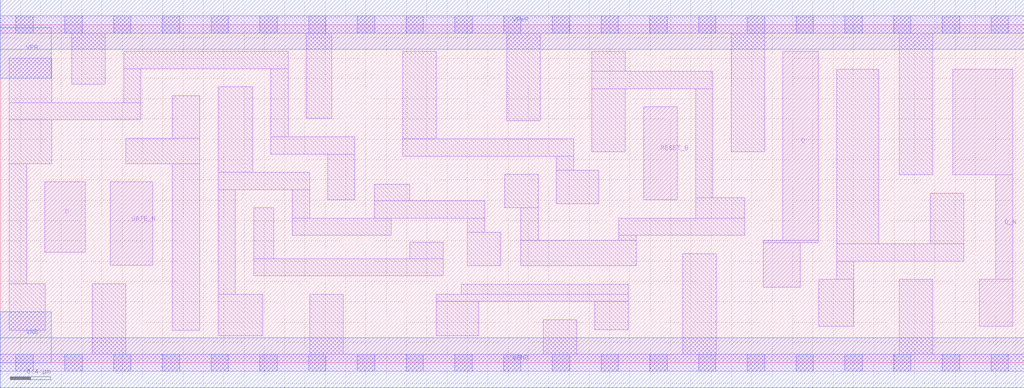
<source format=lef>
# Copyright 2020 The SkyWater PDK Authors
#
# Licensed under the Apache License, Version 2.0 (the "License");
# you may not use this file except in compliance with the License.
# You may obtain a copy of the License at
#
#     https://www.apache.org/licenses/LICENSE-2.0
#
# Unless required by applicable law or agreed to in writing, software
# distributed under the License is distributed on an "AS IS" BASIS,
# WITHOUT WARRANTIES OR CONDITIONS OF ANY KIND, either express or implied.
# See the License for the specific language governing permissions and
# limitations under the License.
#
# SPDX-License-Identifier: Apache-2.0

VERSION 5.5 ;
NAMESCASESENSITIVE ON ;
BUSBITCHARS "[]" ;
DIVIDERCHAR "/" ;
MACRO sky130_fd_sc_lp__dlrbn_lp
  CLASS CORE ;
  SOURCE USER ;
  ORIGIN  0.000000  0.000000 ;
  SIZE  10.08000 BY  3.330000 ;
  SYMMETRY X Y R90 ;
  SITE unit ;
  PIN D
    ANTENNAGATEAREA  0.376000 ;
    DIRECTION INPUT ;
    USE SIGNAL ;
    PORT
      LAYER li1 ;
        RECT 0.440000 1.090000 0.835000 1.780000 ;
    END
  END D
  PIN Q
    ANTENNADIFFAREA  0.402600 ;
    DIRECTION OUTPUT ;
    USE SIGNAL ;
    PORT
      LAYER li1 ;
        RECT 7.510000 0.745000 7.875000 1.180000 ;
        RECT 7.510000 1.180000 8.055000 1.205000 ;
        RECT 7.705000 1.205000 8.055000 3.065000 ;
    END
  END Q
  PIN Q_N
    ANTENNADIFFAREA  0.402600 ;
    DIRECTION OUTPUT ;
    USE SIGNAL ;
    PORT
      LAYER li1 ;
        RECT 9.380000 1.850000 9.970000 2.890000 ;
        RECT 9.640000 0.360000 9.970000 0.820000 ;
        RECT 9.800000 0.820000 9.970000 1.850000 ;
    END
  END Q_N
  PIN RESET_B
    ANTENNAGATEAREA  0.313000 ;
    DIRECTION INPUT ;
    USE SIGNAL ;
    PORT
      LAYER li1 ;
        RECT 6.335000 1.605000 6.665000 2.520000 ;
    END
  END RESET_B
  PIN GATE_N
    ANTENNAGATEAREA  0.376000 ;
    DIRECTION INPUT ;
    USE CLOCK ;
    PORT
      LAYER li1 ;
        RECT 1.085000 0.960000 1.500000 1.780000 ;
    END
  END GATE_N
  PIN VGND
    DIRECTION INOUT ;
    USE GROUND ;
    PORT
      LAYER met1 ;
        RECT 0.000000 -0.245000 10.080000 0.245000 ;
    END
  END VGND
  PIN VNB
    DIRECTION INOUT ;
    USE GROUND ;
    PORT
      LAYER met1 ;
        RECT 0.000000 0.000000 0.500000 0.500000 ;
    END
  END VNB
  PIN VPB
    DIRECTION INOUT ;
    USE POWER ;
    PORT
      LAYER met1 ;
        RECT 0.000000 2.800000 0.500000 3.300000 ;
    END
  END VPB
  PIN VPWR
    DIRECTION INOUT ;
    USE POWER ;
    PORT
      LAYER met1 ;
        RECT 0.000000 3.085000 10.080000 3.575000 ;
    END
  END VPWR
  OBS
    LAYER li1 ;
      RECT 0.000000 -0.085000 10.080000 0.085000 ;
      RECT 0.000000  3.245000 10.080000 3.415000 ;
      RECT 0.090000  0.320000  0.445000 0.780000 ;
      RECT 0.090000  0.780000  0.260000 1.960000 ;
      RECT 0.090000  1.960000  0.505000 2.390000 ;
      RECT 0.090000  2.390000  1.385000 2.560000 ;
      RECT 0.090000  2.560000  0.505000 3.000000 ;
      RECT 0.705000  2.740000  1.035000 3.245000 ;
      RECT 0.905000  0.085000  1.235000 0.780000 ;
      RECT 1.215000  2.560000  1.385000 2.895000 ;
      RECT 1.215000  2.895000  2.835000 3.065000 ;
      RECT 1.235000  1.960000  1.965000 2.210000 ;
      RECT 1.695000  0.320000  1.965000 1.960000 ;
      RECT 1.695000  2.210000  1.965000 2.630000 ;
      RECT 2.145000  0.265000  2.585000 0.675000 ;
      RECT 2.145000  0.675000  2.315000 1.705000 ;
      RECT 2.145000  1.705000  3.045000 1.875000 ;
      RECT 2.145000  1.875000  2.485000 2.715000 ;
      RECT 2.495000  0.855000  4.360000 1.025000 ;
      RECT 2.495000  1.025000  2.695000 1.525000 ;
      RECT 2.665000  2.055000  3.490000 2.225000 ;
      RECT 2.665000  2.225000  2.835000 2.895000 ;
      RECT 2.875000  1.255000  3.850000 1.425000 ;
      RECT 2.875000  1.425000  3.045000 1.705000 ;
      RECT 3.015000  2.405000  3.265000 3.245000 ;
      RECT 3.045000  0.085000  3.375000 0.675000 ;
      RECT 3.225000  1.605000  3.490000 2.055000 ;
      RECT 3.680000  1.425000  4.770000 1.595000 ;
      RECT 3.680000  1.595000  4.030000 1.755000 ;
      RECT 3.965000  2.035000  5.645000 2.205000 ;
      RECT 3.965000  2.205000  4.295000 3.065000 ;
      RECT 4.030000  1.025000  4.360000 1.185000 ;
      RECT 4.295000  0.265000  4.710000 0.605000 ;
      RECT 4.295000  0.605000  6.185000 0.675000 ;
      RECT 4.540000  0.675000  6.185000 0.775000 ;
      RECT 4.600000  0.955000  4.930000 1.285000 ;
      RECT 4.600000  1.285000  4.770000 1.425000 ;
      RECT 4.965000  1.525000  5.295000 1.855000 ;
      RECT 4.985000  2.385000  5.315000 3.245000 ;
      RECT 5.125000  0.955000  6.260000 1.205000 ;
      RECT 5.125000  1.205000  5.295000 1.525000 ;
      RECT 5.345000  0.085000  5.675000 0.425000 ;
      RECT 5.475000  1.565000  5.890000 1.895000 ;
      RECT 5.475000  1.895000  5.645000 2.035000 ;
      RECT 5.825000  2.075000  6.155000 2.700000 ;
      RECT 5.825000  2.700000  7.015000 2.870000 ;
      RECT 5.825000  2.870000  6.155000 3.065000 ;
      RECT 5.855000  0.325000  6.185000 0.605000 ;
      RECT 6.090000  1.205000  6.260000 1.255000 ;
      RECT 6.090000  1.255000  7.330000 1.425000 ;
      RECT 6.720000  0.085000  7.050000 1.075000 ;
      RECT 6.845000  1.425000  7.330000 1.625000 ;
      RECT 6.845000  1.625000  7.015000 2.700000 ;
      RECT 7.195000  2.075000  7.525000 3.245000 ;
      RECT 8.060000  0.360000  8.405000 0.820000 ;
      RECT 8.235000  0.820000  8.405000 1.000000 ;
      RECT 8.235000  1.000000  9.485000 1.170000 ;
      RECT 8.235000  1.170000  8.650000 2.890000 ;
      RECT 8.850000  0.085000  9.180000 0.820000 ;
      RECT 8.850000  1.850000  9.180000 3.245000 ;
      RECT 9.155000  1.170000  9.485000 1.670000 ;
    LAYER mcon ;
      RECT 0.155000 -0.085000 0.325000 0.085000 ;
      RECT 0.155000  3.245000 0.325000 3.415000 ;
      RECT 0.635000 -0.085000 0.805000 0.085000 ;
      RECT 0.635000  3.245000 0.805000 3.415000 ;
      RECT 1.115000 -0.085000 1.285000 0.085000 ;
      RECT 1.115000  3.245000 1.285000 3.415000 ;
      RECT 1.595000 -0.085000 1.765000 0.085000 ;
      RECT 1.595000  3.245000 1.765000 3.415000 ;
      RECT 2.075000 -0.085000 2.245000 0.085000 ;
      RECT 2.075000  3.245000 2.245000 3.415000 ;
      RECT 2.555000 -0.085000 2.725000 0.085000 ;
      RECT 2.555000  3.245000 2.725000 3.415000 ;
      RECT 3.035000 -0.085000 3.205000 0.085000 ;
      RECT 3.035000  3.245000 3.205000 3.415000 ;
      RECT 3.515000 -0.085000 3.685000 0.085000 ;
      RECT 3.515000  3.245000 3.685000 3.415000 ;
      RECT 3.995000 -0.085000 4.165000 0.085000 ;
      RECT 3.995000  3.245000 4.165000 3.415000 ;
      RECT 4.475000 -0.085000 4.645000 0.085000 ;
      RECT 4.475000  3.245000 4.645000 3.415000 ;
      RECT 4.955000 -0.085000 5.125000 0.085000 ;
      RECT 4.955000  3.245000 5.125000 3.415000 ;
      RECT 5.435000 -0.085000 5.605000 0.085000 ;
      RECT 5.435000  3.245000 5.605000 3.415000 ;
      RECT 5.915000 -0.085000 6.085000 0.085000 ;
      RECT 5.915000  3.245000 6.085000 3.415000 ;
      RECT 6.395000 -0.085000 6.565000 0.085000 ;
      RECT 6.395000  3.245000 6.565000 3.415000 ;
      RECT 6.875000 -0.085000 7.045000 0.085000 ;
      RECT 6.875000  3.245000 7.045000 3.415000 ;
      RECT 7.355000 -0.085000 7.525000 0.085000 ;
      RECT 7.355000  3.245000 7.525000 3.415000 ;
      RECT 7.835000 -0.085000 8.005000 0.085000 ;
      RECT 7.835000  3.245000 8.005000 3.415000 ;
      RECT 8.315000 -0.085000 8.485000 0.085000 ;
      RECT 8.315000  3.245000 8.485000 3.415000 ;
      RECT 8.795000 -0.085000 8.965000 0.085000 ;
      RECT 8.795000  3.245000 8.965000 3.415000 ;
      RECT 9.275000 -0.085000 9.445000 0.085000 ;
      RECT 9.275000  3.245000 9.445000 3.415000 ;
      RECT 9.755000 -0.085000 9.925000 0.085000 ;
      RECT 9.755000  3.245000 9.925000 3.415000 ;
  END
END sky130_fd_sc_lp__dlrbn_lp

</source>
